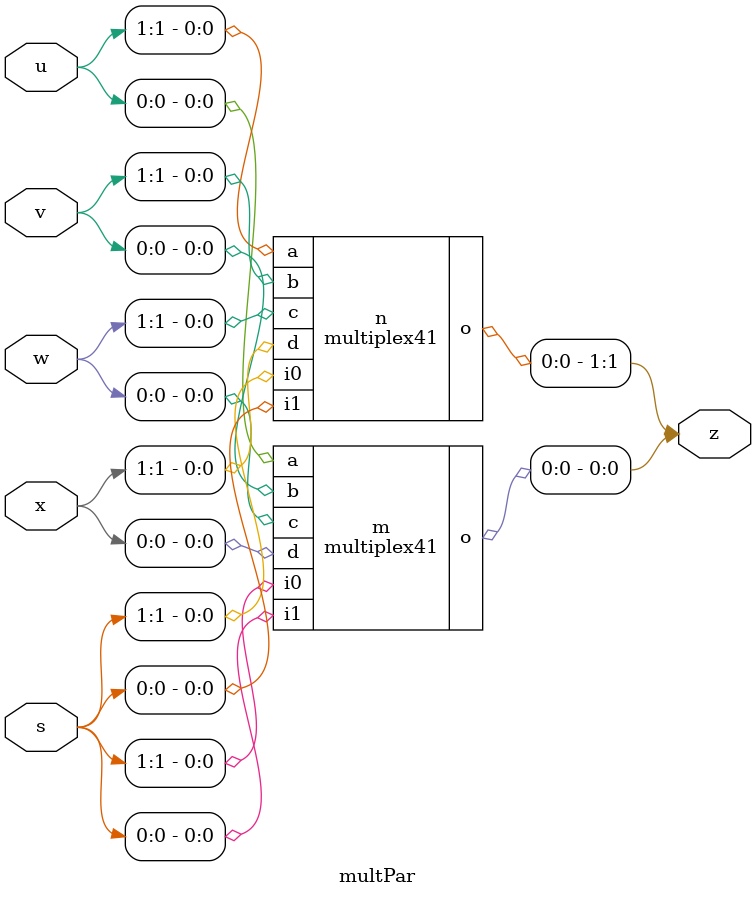
<source format=v>
module multiplex41 (o,i1,i0,a,b,c,d);
	output o;
	input i1,i0;
	input a;
	input b;
	input c;
	input d;

	assign o = (~i0 & ~i1 & a) | (~i0 & i1 & b) | (i0 & ~i1 & c) | (i0 & i1 & d);  
endmodule

module multPar (z,s,u,v,w,x);
	output [1:0]z;
	input [1:0]s;
	input [1:0]u;
	input [1:0]v;
	input [1:0]w;
	input [1:0]x;

	multiplex41 m(z[0],s[0],s[1],u[0],v[0],w[0],x[0]); 
	multiplex41 n(z[1],s[0],s[1],u[1],v[1],w[1],x[1]); 

endmodule



</source>
